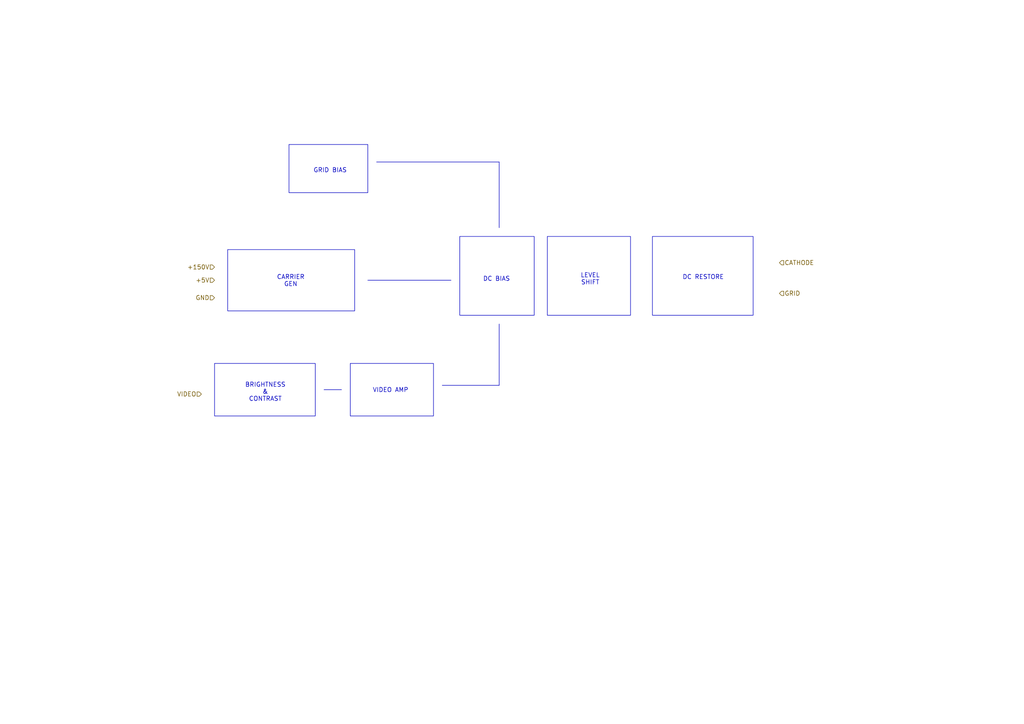
<source format=kicad_sch>
(kicad_sch
	(version 20250114)
	(generator "eeschema")
	(generator_version "9.0")
	(uuid "4f790ab3-39c4-4440-8cd4-f2c3652c7f34")
	(paper "A4")
	(lib_symbols)
	(rectangle
		(start 66.04 72.39)
		(end 102.87 90.17)
		(stroke
			(width 0)
			(type default)
		)
		(fill
			(type none)
		)
		(uuid 01334e68-fcf6-4e0f-89d9-5f6b8000c693)
	)
	(rectangle
		(start 133.35 68.58)
		(end 154.94 91.44)
		(stroke
			(width 0)
			(type default)
		)
		(fill
			(type none)
		)
		(uuid 68a24a35-3320-4e19-81e3-a1302b77dae8)
	)
	(rectangle
		(start 189.23 68.58)
		(end 218.44 91.44)
		(stroke
			(width 0)
			(type default)
		)
		(fill
			(type none)
		)
		(uuid 6aff84a1-a822-4fff-abf8-1cd7945bca28)
	)
	(rectangle
		(start 83.82 41.91)
		(end 106.68 55.88)
		(stroke
			(width 0)
			(type default)
		)
		(fill
			(type none)
		)
		(uuid 7174bd3f-3ef0-4b96-8549-1324d68f0860)
	)
	(rectangle
		(start 62.23 105.41)
		(end 91.44 120.65)
		(stroke
			(width 0)
			(type default)
		)
		(fill
			(type none)
		)
		(uuid a44ac2b4-3b09-448a-b442-efd0a7dc94a0)
	)
	(rectangle
		(start 158.75 68.58)
		(end 182.88 91.44)
		(stroke
			(width 0)
			(type default)
		)
		(fill
			(type none)
		)
		(uuid b7bc3edd-5c87-4c7c-9221-aa36107d00a6)
	)
	(rectangle
		(start 101.6 105.41)
		(end 125.73 120.65)
		(stroke
			(width 0)
			(type default)
		)
		(fill
			(type none)
		)
		(uuid bfd1b659-8457-403a-8c57-cc0c9583b6a3)
	)
	(text "GRID BIAS"
		(exclude_from_sim no)
		(at 95.758 49.53 0)
		(effects
			(font
				(size 1.27 1.27)
			)
		)
		(uuid "057b3b1c-7ffa-4cb4-b5ff-e20964d1a961")
	)
	(text "CARRIER\nGEN"
		(exclude_from_sim no)
		(at 84.328 81.534 0)
		(effects
			(font
				(size 1.27 1.27)
			)
		)
		(uuid "329065d9-4fbf-4e45-9987-053a53d289b3")
	)
	(text "VIDEO AMP"
		(exclude_from_sim no)
		(at 113.284 113.284 0)
		(effects
			(font
				(size 1.27 1.27)
			)
		)
		(uuid "8ad4993f-b1ef-4e28-8422-8c6699dbd3ad")
	)
	(text "DC RESTORE"
		(exclude_from_sim no)
		(at 203.962 80.518 0)
		(effects
			(font
				(size 1.27 1.27)
			)
		)
		(uuid "acfe939f-abcf-4006-89c1-97e2f24e62ae")
	)
	(text "BRIGHTNESS\n&\nCONTRAST"
		(exclude_from_sim no)
		(at 76.962 113.792 0)
		(effects
			(font
				(size 1.27 1.27)
			)
		)
		(uuid "ec771ae6-acaa-4dab-b811-67828678e486")
	)
	(text "LEVEL\nSHIFT"
		(exclude_from_sim no)
		(at 171.196 81.026 0)
		(effects
			(font
				(size 1.27 1.27)
			)
		)
		(uuid "f5347c74-64f5-4ef7-a62c-0058dfacd8fc")
	)
	(text "DC BIAS"
		(exclude_from_sim no)
		(at 144.018 81.026 0)
		(effects
			(font
				(size 1.27 1.27)
			)
		)
		(uuid "fb00c5f8-7417-4cc0-8045-93fb09bc95b1")
	)
	(polyline
		(pts
			(xy 144.78 66.04) (xy 144.78 46.99)
		)
		(stroke
			(width 0)
			(type default)
		)
		(uuid "066a669a-c04f-403a-b22b-9d705cb2b378")
	)
	(polyline
		(pts
			(xy 109.22 46.99) (xy 144.78 46.99)
		)
		(stroke
			(width 0)
			(type default)
		)
		(uuid "46c808e5-d50b-4423-abc9-76c13639a24c")
	)
	(polyline
		(pts
			(xy 128.27 111.76) (xy 144.78 111.76)
		)
		(stroke
			(width 0)
			(type default)
		)
		(uuid "6af6e86c-f96a-4360-8d06-0a795bd111a8")
	)
	(polyline
		(pts
			(xy 144.78 93.98) (xy 144.78 111.76)
		)
		(stroke
			(width 0)
			(type default)
		)
		(uuid "9cd2f2c0-f3f7-4a7d-98d9-588346169ee4")
	)
	(polyline
		(pts
			(xy 106.68 81.28) (xy 130.81 81.28)
		)
		(stroke
			(width 0)
			(type default)
		)
		(uuid "c8ae5bd4-51c2-4d69-b370-a297d8291dfd")
	)
	(polyline
		(pts
			(xy 93.98 113.03) (xy 99.06 113.03)
		)
		(stroke
			(width 0)
			(type default)
		)
		(uuid "e2f1f033-e2c3-45af-93db-8b65a91c516f")
	)
	(hierarchical_label "+150V"
		(shape input)
		(at 62.23 77.47 180)
		(effects
			(font
				(size 1.27 1.27)
			)
			(justify right)
		)
		(uuid "018ca6e0-daaf-45b1-ac3e-7f637ea14e66")
	)
	(hierarchical_label "GND"
		(shape input)
		(at 62.23 86.36 180)
		(effects
			(font
				(size 1.27 1.27)
			)
			(justify right)
		)
		(uuid "19c8f6bb-b42e-4c8e-b9cc-4c553af07196")
	)
	(hierarchical_label "VIDEO"
		(shape input)
		(at 58.42 114.3 180)
		(effects
			(font
				(size 1.27 1.27)
			)
			(justify right)
		)
		(uuid "65d6dfdd-b276-4e77-a525-793870e2eda8")
	)
	(hierarchical_label "CATHODE"
		(shape input)
		(at 226.06 76.2 0)
		(effects
			(font
				(size 1.27 1.27)
			)
			(justify left)
		)
		(uuid "6689fe41-1a7a-4b5e-a285-630ad3d6de69")
	)
	(hierarchical_label "+5V"
		(shape input)
		(at 62.23 81.28 180)
		(effects
			(font
				(size 1.27 1.27)
			)
			(justify right)
		)
		(uuid "abe72d10-06a8-4f30-8cae-1a69abccc590")
	)
	(hierarchical_label "GRID"
		(shape input)
		(at 226.06 85.09 0)
		(effects
			(font
				(size 1.27 1.27)
			)
			(justify left)
		)
		(uuid "d2352ef7-2c25-4420-a092-c47c1d55cab5")
	)
)

</source>
